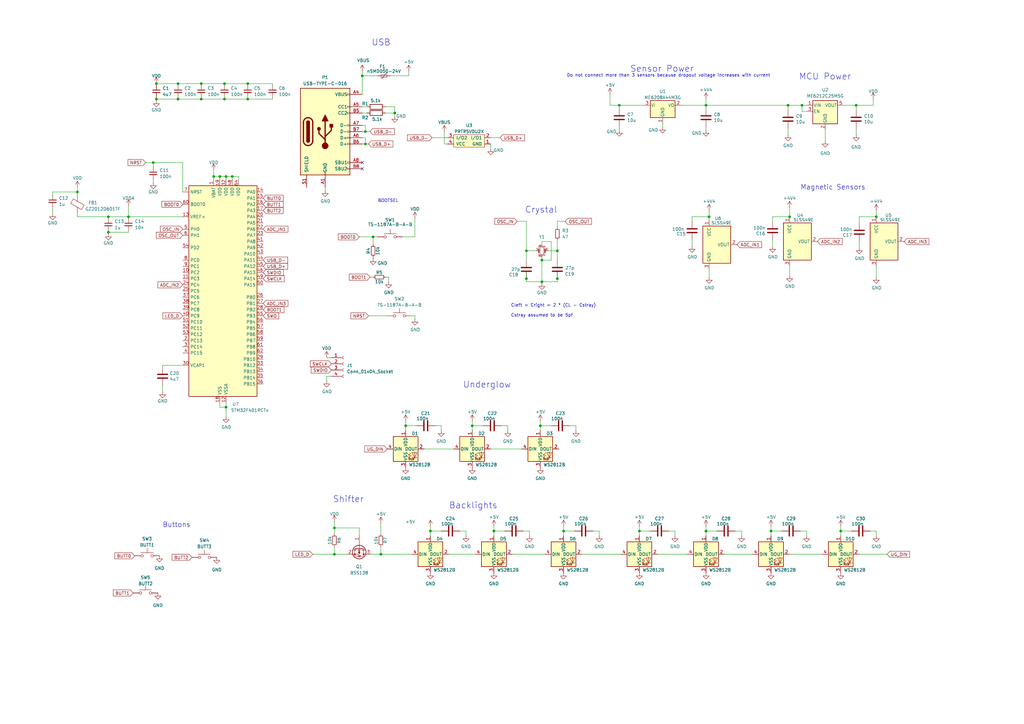
<source format=kicad_sch>
(kicad_sch (version 20230121) (generator eeschema)
  (paper "A3")
  (title_block (title "keeb") (date "2020-12-18") (rev "REV1"))
  (junction (at 228.6 102.87))
  (junction (at 92.71 167.005))
  (junction (at 73.025 34.29))
  (junction (at 290.83 88.9))
  (junction (at 161.925 46.355))
  (junction (at 137.16 227.33))
  (junction (at 215.9 114.3))
  (junction (at 101.6 40.64))
  (junction (at 254 43.18))
  (junction (at 92.075 40.64))
  (junction (at 193.675 174.625))
  (junction (at 90.17 72.39))
  (junction (at 153.035 97.155))
  (junction (at 215.9 102.87))
  (junction (at 31.75 78.74))
  (junction (at 202.565 217.805))
  (junction (at 92.71 72.39))
  (junction (at 176.53 217.805))
  (junction (at 344.805 217.805))
  (junction (at 228.6 114.3))
  (junction (at 149.86 53.975))
  (junction (at 64.135 40.64))
  (junction (at 95.25 72.39))
  (junction (at 316.23 217.805))
  (junction (at 148.59 31.115))
  (junction (at 222.25 106.68))
  (junction (at 82.55 34.29))
  (junction (at 289.56 43.18))
  (junction (at 156.21 227.33))
  (junction (at 328.93 43.18))
  (junction (at 222.25 115.57))
  (junction (at 289.56 217.805))
  (junction (at 137.16 216.535))
  (junction (at 323.215 43.18))
  (junction (at 231.14 217.805))
  (junction (at 166.37 174.625))
  (junction (at 44.45 95.25))
  (junction (at 64.135 34.29))
  (junction (at 52.705 88.9))
  (junction (at 323.85 88.9))
  (junction (at 87.63 72.39))
  (junction (at 82.55 40.64))
  (junction (at 262.255 217.805))
  (junction (at 149.86 59.055))
  (junction (at 351.155 43.18))
  (junction (at 92.075 34.29))
  (junction (at 73.025 40.64))
  (junction (at 359.41 88.9))
  (junction (at 62.865 66.675))
  (junction (at 221.615 174.625))
  (junction (at 101.6 34.29))
  (junction (at 44.45 88.9))
  (no_connect (at 148.59 66.675))
  (no_connect (at 148.59 69.215))
  (wire (pts (xy 290.83 110.49) (xy 290.83 113.665)))
  (wire (pts (xy 82.55 34.29) (xy 92.075 34.29)))
  (wire (pts (xy 52.705 84.455) (xy 52.705 88.9)))
  (wire (pts (xy 82.55 40.64) (xy 92.075 40.64)))
  (wire (pts (xy 316.23 217.805) (xy 316.23 219.71)))
  (wire (pts (xy 183.515 59.055) (xy 182.245 59.055)))
  (wire (pts (xy 316.865 98.425) (xy 316.865 100.965)))
  (wire (pts (xy 173.99 184.15) (xy 186.055 184.15)))
  (wire (pts (xy 210.185 227.33) (xy 223.52 227.33)))
  (wire (pts (xy 221.615 174.625) (xy 226.06 174.625)))
  (wire (pts (xy 92.075 34.29) (xy 101.6 34.29)))
  (wire (pts (xy 44.45 88.9) (xy 52.705 88.9)))
  (wire (pts (xy 262.255 215.9) (xy 262.255 217.805)))
  (wire (pts (xy 160.02 31.115) (xy 167.64 31.115)))
  (wire (pts (xy 87.63 69.85) (xy 87.63 72.39)))
  (wire (pts (xy 92.71 167.005) (xy 92.71 170.815)))
  (wire (pts (xy 217.17 217.805) (xy 217.17 219.71)))
  (wire (pts (xy 111.76 40.005) (xy 111.76 40.64)))
  (wire (pts (xy 159.385 113.665) (xy 159.385 115.57)))
  (wire (pts (xy 137.16 213.995) (xy 137.16 216.535)))
  (wire (pts (xy 150.495 43.815) (xy 148.59 43.815)))
  (wire (pts (xy 228.6 115.57) (xy 228.6 114.3)))
  (wire (pts (xy 328.93 45.72) (xy 330.835 45.72)))
  (wire (pts (xy 170.18 97.155) (xy 170.18 89.535)))
  (wire (pts (xy 137.16 224.155) (xy 137.16 227.33)))
  (wire (pts (xy 149.86 53.975) (xy 151.765 53.975)))
  (wire (pts (xy 87.63 72.39) (xy 90.17 72.39)))
  (wire (pts (xy 344.805 217.805) (xy 349.25 217.805)))
  (wire (pts (xy 215.9 102.87) (xy 215.9 106.68)))
  (wire (pts (xy 177.165 56.515) (xy 183.515 56.515)))
  (wire (pts (xy 316.23 217.805) (xy 320.675 217.805)))
  (wire (pts (xy 224.79 102.87) (xy 228.6 102.87)))
  (wire (pts (xy 21.59 80.01) (xy 21.59 78.74)))
  (wire (pts (xy 290.83 90.17) (xy 290.83 88.9)))
  (wire (pts (xy 262.255 217.805) (xy 262.255 219.71)))
  (wire (pts (xy 176.53 217.805) (xy 180.975 217.805)))
  (wire (pts (xy 359.41 86.36) (xy 359.41 88.9)))
  (wire (pts (xy 153.035 100.33) (xy 153.035 97.155)))
  (wire (pts (xy 166.37 174.625) (xy 166.37 176.53)))
  (wire (pts (xy 226.06 99.06) (xy 226.06 106.68)))
  (wire (pts (xy 346.075 43.18) (xy 351.155 43.18)))
  (wire (pts (xy 222.25 106.68) (xy 222.25 115.57)))
  (wire (pts (xy 269.875 227.33) (xy 281.94 227.33)))
  (wire (pts (xy 62.865 66.675) (xy 62.865 68.58)))
  (wire (pts (xy 111.76 34.29) (xy 111.76 34.925)))
  (wire (pts (xy 148.59 46.355) (xy 150.495 46.355)))
  (wire (pts (xy 262.255 217.805) (xy 266.7 217.805)))
  (wire (pts (xy 289.56 52.07) (xy 289.56 53.34)))
  (wire (pts (xy 323.215 52.705) (xy 323.215 55.245)))
  (wire (pts (xy 82.55 34.925) (xy 82.55 34.29)))
  (wire (pts (xy 217.17 217.805) (xy 214.63 217.805)))
  (wire (pts (xy 133.35 76.835) (xy 133.35 78.105)))
  (wire (pts (xy 323.215 45.085) (xy 323.215 43.18)))
  (wire (pts (xy 44.45 88.9) (xy 44.45 89.535)))
  (wire (pts (xy 64.135 40.64) (xy 73.025 40.64)))
  (wire (pts (xy 328.93 43.18) (xy 328.93 45.72)))
  (wire (pts (xy 344.805 217.805) (xy 344.805 219.71)))
  (wire (pts (xy 149.86 51.435) (xy 149.86 53.975)))
  (wire (pts (xy 64.135 40.64) (xy 64.135 40.005)))
  (wire (pts (xy 147.32 97.155) (xy 153.035 97.155)))
  (wire (pts (xy 201.295 184.15) (xy 213.995 184.15)))
  (wire (pts (xy 238.76 227.33) (xy 254.635 227.33)))
  (wire (pts (xy 156.21 227.33) (xy 168.91 227.33)))
  (wire (pts (xy 330.835 217.805) (xy 330.835 219.71)))
  (wire (pts (xy 323.85 85.09) (xy 323.85 88.9)))
  (wire (pts (xy 74.93 66.675) (xy 74.93 78.74)))
  (wire (pts (xy 184.15 227.33) (xy 194.945 227.33)))
  (wire (pts (xy 323.85 109.22) (xy 323.85 113.03)))
  (wire (pts (xy 250.19 43.18) (xy 254 43.18)))
  (wire (pts (xy 180.975 174.625) (xy 180.975 176.53)))
  (wire (pts (xy 167.64 29.21) (xy 167.64 31.115)))
  (wire (pts (xy 148.59 31.115) (xy 148.59 38.735)))
  (wire (pts (xy 111.76 34.29) (xy 101.6 34.29)))
  (wire (pts (xy 236.22 174.625) (xy 233.68 174.625)))
  (wire (pts (xy 201.295 56.515) (xy 205.105 56.515)))
  (wire (pts (xy 351.155 52.705) (xy 351.155 55.245)))
  (wire (pts (xy 352.425 99.06) (xy 352.425 101.6)))
  (wire (pts (xy 101.6 34.29) (xy 101.6 34.925)))
  (wire (pts (xy 161.925 46.355) (xy 161.925 47.625)))
  (wire (pts (xy 74.93 149.86) (xy 66.675 149.86)))
  (wire (pts (xy 151.765 113.665) (xy 153.035 113.665)))
  (wire (pts (xy 156.21 224.155) (xy 156.21 227.33)))
  (wire (pts (xy 148.59 29.21) (xy 148.59 31.115)))
  (wire (pts (xy 254 52.07) (xy 254 53.34)))
  (wire (pts (xy 92.075 40.64) (xy 101.6 40.64)))
  (wire (pts (xy 222.25 100.33) (xy 222.25 99.06)))
  (wire (pts (xy 152.4 227.33) (xy 156.21 227.33)))
  (wire (pts (xy 202.565 217.805) (xy 207.01 217.805)))
  (wire (pts (xy 359.41 217.805) (xy 359.41 219.71)))
  (wire (pts (xy 316.23 215.9) (xy 316.23 217.805)))
  (wire (pts (xy 168.91 129.54) (xy 170.18 129.54)))
  (wire (pts (xy 153.035 105.41) (xy 153.035 106.045)))
  (wire (pts (xy 264.16 43.18) (xy 254 43.18)))
  (wire (pts (xy 279.4 43.18) (xy 289.56 43.18)))
  (wire (pts (xy 276.86 217.805) (xy 274.32 217.805)))
  (wire (pts (xy 323.85 88.9) (xy 316.865 88.9)))
  (wire (pts (xy 231.775 90.805) (xy 228.6 90.805)))
  (wire (pts (xy 215.9 115.57) (xy 215.9 114.3)))
  (wire (pts (xy 352.425 88.9) (xy 359.41 88.9)))
  (wire (pts (xy 289.56 44.45) (xy 289.56 43.18)))
  (wire (pts (xy 149.86 59.055) (xy 149.86 56.515)))
  (wire (pts (xy 31.75 87.63) (xy 31.75 88.9)))
  (wire (pts (xy 222.25 99.06) (xy 226.06 99.06)))
  (wire (pts (xy 158.115 113.665) (xy 159.385 113.665)))
  (wire (pts (xy 222.25 116.205) (xy 222.25 115.57)))
  (wire (pts (xy 222.25 115.57) (xy 228.6 115.57)))
  (wire (pts (xy 31.75 88.9) (xy 44.45 88.9)))
  (wire (pts (xy 202.565 215.9) (xy 202.565 217.805)))
  (wire (pts (xy 44.45 95.25) (xy 44.45 94.615)))
  (wire (pts (xy 359.41 217.805) (xy 356.87 217.805)))
  (wire (pts (xy 201.295 59.055) (xy 201.295 60.96)))
  (wire (pts (xy 62.865 73.66) (xy 62.865 74.93)))
  (wire (pts (xy 191.135 217.805) (xy 188.595 217.805)))
  (wire (pts (xy 101.6 40.005) (xy 101.6 40.64)))
  (wire (pts (xy 283.845 98.425) (xy 283.845 100.965)))
  (wire (pts (xy 182.245 59.055) (xy 182.245 53.975)))
  (wire (pts (xy 92.075 34.925) (xy 92.075 34.29)))
  (wire (pts (xy 133.985 154.305) (xy 135.89 154.305)))
  (wire (pts (xy 92.075 40.005) (xy 92.075 40.64)))
  (wire (pts (xy 193.675 172.72) (xy 193.675 174.625)))
  (wire (pts (xy 254 44.45) (xy 254 43.18)))
  (wire (pts (xy 90.17 165.1) (xy 90.17 167.005)))
  (wire (pts (xy 180.975 174.625) (xy 178.435 174.625)))
  (wire (pts (xy 73.025 40.005) (xy 73.025 40.64)))
  (wire (pts (xy 351.155 45.085) (xy 351.155 43.18)))
  (wire (pts (xy 228.6 114.3) (xy 228.6 111.76)))
  (wire (pts (xy 222.25 115.57) (xy 215.9 115.57)))
  (wire (pts (xy 161.925 43.815) (xy 161.925 46.355)))
  (wire (pts (xy 316.865 88.9) (xy 316.865 90.805)))
  (wire (pts (xy 222.25 105.41) (xy 222.25 106.68)))
  (wire (pts (xy 289.56 43.18) (xy 323.215 43.18)))
  (wire (pts (xy 59.69 66.675) (xy 62.865 66.675)))
  (wire (pts (xy 289.56 217.805) (xy 294.005 217.805)))
  (wire (pts (xy 358.14 40.64) (xy 358.14 43.18)))
  (wire (pts (xy 92.71 165.1) (xy 92.71 167.005)))
  (wire (pts (xy 330.835 43.18) (xy 328.93 43.18)))
  (wire (pts (xy 95.25 72.39) (xy 95.25 73.66)))
  (wire (pts (xy 73.025 40.64) (xy 82.55 40.64)))
  (wire (pts (xy 128.27 227.33) (xy 137.16 227.33)))
  (wire (pts (xy 31.75 76.835) (xy 31.75 78.74)))
  (wire (pts (xy 44.45 95.885) (xy 44.45 95.25)))
  (wire (pts (xy 344.805 215.9) (xy 344.805 217.805)))
  (wire (pts (xy 250.19 38.735) (xy 250.19 43.18)))
  (wire (pts (xy 156.21 214.63) (xy 156.21 219.075)))
  (wire (pts (xy 147.32 216.535) (xy 147.32 219.71)))
  (wire (pts (xy 73.025 34.29) (xy 82.55 34.29)))
  (wire (pts (xy 231.14 217.805) (xy 231.14 219.71)))
  (wire (pts (xy 231.14 215.9) (xy 231.14 217.805)))
  (wire (pts (xy 166.37 172.72) (xy 166.37 174.625)))
  (wire (pts (xy 221.615 174.625) (xy 221.615 176.53)))
  (wire (pts (xy 289.56 215.9) (xy 289.56 217.805)))
  (wire (pts (xy 245.745 217.805) (xy 243.205 217.805)))
  (wire (pts (xy 289.56 217.805) (xy 289.56 219.71)))
  (wire (pts (xy 31.75 78.74) (xy 31.75 80.01)))
  (wire (pts (xy 151.13 129.54) (xy 158.75 129.54)))
  (wire (pts (xy 92.71 72.39) (xy 92.71 73.66)))
  (wire (pts (xy 323.215 43.18) (xy 328.93 43.18)))
  (wire (pts (xy 87.63 72.39) (xy 87.63 73.66)))
  (wire (pts (xy 90.17 72.39) (xy 92.71 72.39)))
  (wire (pts (xy 166.37 174.625) (xy 170.815 174.625)))
  (wire (pts (xy 221.615 172.72) (xy 221.615 174.625)))
  (wire (pts (xy 245.745 217.805) (xy 245.745 219.71)))
  (wire (pts (xy 176.53 217.805) (xy 176.53 219.71)))
  (wire (pts (xy 92.71 72.39) (xy 95.25 72.39)))
  (wire (pts (xy 330.835 217.805) (xy 328.295 217.805)))
  (wire (pts (xy 165.1 97.155) (xy 170.18 97.155)))
  (wire (pts (xy 137.16 227.33) (xy 142.24 227.33)))
  (wire (pts (xy 82.55 40.005) (xy 82.55 40.64)))
  (wire (pts (xy 137.16 216.535) (xy 147.32 216.535)))
  (wire (pts (xy 352.425 227.33) (xy 363.855 227.33)))
  (wire (pts (xy 193.675 174.625) (xy 198.12 174.625)))
  (wire (pts (xy 297.18 227.33) (xy 308.61 227.33)))
  (wire (pts (xy 304.165 217.805) (xy 304.165 219.71)))
  (wire (pts (xy 148.59 31.115) (xy 154.94 31.115)))
  (wire (pts (xy 158.115 46.355) (xy 161.925 46.355)))
  (wire (pts (xy 137.16 216.535) (xy 137.16 219.075)))
  (wire (pts (xy 215.9 90.805) (xy 212.09 90.805)))
  (wire (pts (xy 170.18 129.54) (xy 170.18 130.81)))
  (wire (pts (xy 133.985 146.685) (xy 135.89 146.685)))
  (wire (pts (xy 215.9 114.3) (xy 215.9 111.76)))
  (wire (pts (xy 64.135 34.29) (xy 73.025 34.29)))
  (wire (pts (xy 90.17 72.39) (xy 90.17 73.66)))
  (wire (pts (xy 226.06 106.68) (xy 222.25 106.68)))
  (wire (pts (xy 148.59 51.435) (xy 149.86 51.435)))
  (wire (pts (xy 193.675 174.625) (xy 193.675 176.53)))
  (wire (pts (xy 64.135 34.29) (xy 64.135 34.925)))
  (wire (pts (xy 304.165 217.805) (xy 301.625 217.805)))
  (wire (pts (xy 338.455 53.34) (xy 338.455 57.785)))
  (wire (pts (xy 215.9 90.805) (xy 215.9 102.87)))
  (wire (pts (xy 290.83 86.36) (xy 290.83 88.9)))
  (wire (pts (xy 52.705 88.9) (xy 52.705 89.535)))
  (wire (pts (xy 97.79 72.39) (xy 97.79 73.66)))
  (wire (pts (xy 148.59 56.515) (xy 149.86 56.515)))
  (wire (pts (xy 283.845 88.9) (xy 283.845 90.805)))
  (wire (pts (xy 73.025 34.925) (xy 73.025 34.29)))
  (wire (pts (xy 153.035 97.155) (xy 154.94 97.155)))
  (wire (pts (xy 52.705 95.25) (xy 52.705 94.615)))
  (wire (pts (xy 208.28 174.625) (xy 208.28 176.53)))
  (wire (pts (xy 148.59 53.975) (xy 149.86 53.975)))
  (wire (pts (xy 90.17 167.005) (xy 92.71 167.005)))
  (wire (pts (xy 289.56 40.64) (xy 289.56 43.18)))
  (wire (pts (xy 62.865 66.675) (xy 74.93 66.675)))
  (wire (pts (xy 191.135 217.805) (xy 191.135 219.71)))
  (wire (pts (xy 276.86 217.805) (xy 276.86 219.71)))
  (wire (pts (xy 149.86 59.055) (xy 151.13 59.055)))
  (wire (pts (xy 215.9 102.87) (xy 219.71 102.87)))
  (wire (pts (xy 359.41 109.22) (xy 359.41 113.665)))
  (wire (pts (xy 66.675 158.115) (xy 66.675 160.655)))
  (wire (pts (xy 271.78 50.8) (xy 271.78 52.07)))
  (wire (pts (xy 290.83 88.9) (xy 283.845 88.9)))
  (wire (pts (xy 202.565 217.805) (xy 202.565 219.71)))
  (wire (pts (xy 111.76 40.64) (xy 101.6 40.64)))
  (wire (pts (xy 228.6 90.805) (xy 228.6 93.345)))
  (wire (pts (xy 228.6 106.68) (xy 228.6 102.87)))
  (wire (pts (xy 95.25 72.39) (xy 97.79 72.39)))
  (wire (pts (xy 66.675 149.86) (xy 66.675 150.495)))
  (wire (pts (xy 161.925 43.815) (xy 158.115 43.815)))
  (wire (pts (xy 323.85 227.33) (xy 337.185 227.33)))
  (wire (pts (xy 21.59 78.74) (xy 31.75 78.74)))
  (wire (pts (xy 208.28 174.625) (xy 205.74 174.625)))
  (wire (pts (xy 21.59 85.09) (xy 21.59 87.63)))
  (wire (pts (xy 236.22 174.625) (xy 236.22 176.53)))
  (wire (pts (xy 148.59 59.055) (xy 149.86 59.055)))
  (wire (pts (xy 176.53 215.9) (xy 176.53 217.805)))
  (wire (pts (xy 351.155 43.18) (xy 358.14 43.18)))
  (wire (pts (xy 228.6 98.425) (xy 228.6 102.87)))
  (wire (pts (xy 52.705 88.9) (xy 74.93 88.9)))
  (wire (pts (xy 44.45 95.25) (xy 52.705 95.25)))
  (wire (pts (xy 64.135 41.275) (xy 64.135 40.64)))
  (wire (pts (xy 352.425 88.9) (xy 352.425 91.44)))
  (wire (pts (xy 231.14 217.805) (xy 235.585 217.805)))
  (wire (pts (xy 133.985 156.21) (xy 133.985 154.305)))
  (text "Sensor Power" (at 258.445 29.845 0) (effects (font (size 2.54 2.54)) (justify left bottom)))
  (text "Do not connect more than 3 sensors because dropout voltage increases with current" (at 232.41 31.75 0) (effects (font (size 1.27 1.27)) (justify left bottom)))
  (text "BOOTSEL" (at 154.94 83.185 0) (effects (font (size 1.27 1.27)) (justify left bottom)))
  (text "Backlights" (at 184.15 208.915 0) (effects (font (size 2.54 2.54)) (justify left bottom)))
  (text "Crystal" (at 215.265 87.63 0) (effects (font (size 2.54 2.54)) (justify left bottom)))
  (text "MCU Power" (at 327.66 33.02 0) (effects (font (size 2.54 2.54)) (justify left bottom)))
  (text "Magnetic Sensors" (at 328.295 78.105 0) (effects (font (size 2 2)) (justify left bottom)))
  (text "Underglow" (at 189.865 159.385 0) (effects (font (size 2.54 2.54)) (justify left bottom)))
  (text "USB" (at 152.4 19.05 0) (effects (font (size 2.54 2.54)) (justify left bottom)))
  (text "Buttons" (at 66.675 216.535 0) (effects (font (size 2 2)) (justify left bottom)))
  (text "Shifter" (at 136.525 206.375 0) (effects (font (size 2.54 2.54)) (justify left bottom)))
  (text "Cleft = Cright = 2 * (CL - Cstray)\n\nCstray assumed to be 5pf" (at 209.55 130.175 0) (effects (font (size 1.27 1.27)) (justify left bottom)))
  (text "\n\n\n\n\n\n" (at 125.73 208.915 0) (effects (font (size 1.27 1.27)) (justify left bottom)))
  (global_label "LED_D" (shape input) (at 74.93 129.54 180) (property "Intersheetrefs" "${INTERSHEET_REFS}" (effects hide)))
  (global_label "LED_D" (shape input) (at 128.27 227.33 180) (property "Intersheetrefs" "${INTERSHEET_REFS}" (effects hide)))
  (global_label "ADC_IN3" (shape input) (at 107.95 124.46 0) (property "Intersheetrefs" "${INTERSHEET_REFS}" (effects hide)))
  (global_label "UG_DIN" (shape input) (at 158.75 184.15 180) (property "Intersheetrefs" "${INTERSHEET_REFS}" (effects hide)))
  (global_label "USB_D+" (shape input) (at 151.13 59.055 0) (property "Intersheetrefs" "${INTERSHEET_REFS}" (effects hide)))
  (global_label "OSC_OUT" (shape input) (at 74.93 96.52 180) (property "Intersheetrefs" "${INTERSHEET_REFS}" (effects hide)))
  (global_label "BOOT0" (shape input) (at 74.93 83.82 180) (property "Intersheetrefs" "${INTERSHEET_REFS}" (effects hide)))
  (global_label "BUTT0" (shape input) (at 107.95 81.28 0) (property "Intersheetrefs" "${INTERSHEET_REFS}" (effects hide)))
  (global_label "SWCLK" (shape input) (at 135.89 149.225 180) (property "Intersheetrefs" "${INTERSHEET_REFS}" (effects hide)))
  (global_label "ADC_IN1" (shape input) (at 302.26 100.33 0) (property "Intersheetrefs" "${INTERSHEET_REFS}" (effects hide)))
  (global_label "BUTT2" (shape input) (at 107.95 86.36 0) (property "Intersheetrefs" "${INTERSHEET_REFS}" (effects hide)))
  (global_label "USB_D-" (shape input) (at 177.165 56.515 180) (property "Intersheetrefs" "${INTERSHEET_REFS}" (effects hide)))
  (global_label "BOOT0" (shape input) (at 147.32 97.155 180) (property "Intersheetrefs" "${INTERSHEET_REFS}" (effects hide)))
  (global_label "SWDIO" (shape input) (at 135.89 151.765 180) (property "Intersheetrefs" "${INTERSHEET_REFS}" (effects hide)))
  (global_label "BOOT1" (shape input) (at 107.95 127 0) (property "Intersheetrefs" "${INTERSHEET_REFS}" (effects hide)))
  (global_label "OSC_IN" (shape input) (at 212.09 90.805 180) (property "Intersheetrefs" "${INTERSHEET_REFS}" (effects hide)))
  (global_label "ADC_IN2" (shape input) (at 74.93 116.84 180) (property "Intersheetrefs" "${INTERSHEET_REFS}" (effects hide)))
  (global_label "SWO" (shape input) (at 107.95 129.54 0) (property "Intersheetrefs" "${INTERSHEET_REFS}" (effects hide)))
  (global_label "BUTT2" (shape input) (at 78.74 228.6 180) (property "Intersheetrefs" "${INTERSHEET_REFS}" (effects hide)))
  (global_label "SWDIO" (shape input) (at 107.95 111.76 0) (property "Intersheetrefs" "${INTERSHEET_REFS}" (effects hide)))
  (global_label "NRST" (shape input) (at 151.13 129.54 180) (property "Intersheetrefs" "${INTERSHEET_REFS}" (effects hide)))
  (global_label "BUTT1" (shape input) (at 54.61 243.205 180) (property "Intersheetrefs" "${INTERSHEET_REFS}" (effects hide)))
  (global_label "USB_D+" (shape input) (at 107.95 109.22 0) (property "Intersheetrefs" "${INTERSHEET_REFS}" (effects hide)))
  (global_label "NRST" (shape input) (at 59.69 66.675 180) (property "Intersheetrefs" "${INTERSHEET_REFS}" (effects hide)))
  (global_label "BOOT1" (shape input) (at 151.765 113.665 180) (property "Intersheetrefs" "${INTERSHEET_REFS}" (effects hide)))
  (global_label "OSC_IN" (shape input) (at 74.93 93.98 180) (property "Intersheetrefs" "${INTERSHEET_REFS}" (effects hide)))
  (global_label "SWCLK" (shape input) (at 107.95 114.3 0) (property "Intersheetrefs" "${INTERSHEET_REFS}" (effects hide)))
  (global_label "USB_D-" (shape input) (at 151.765 53.975 0) (property "Intersheetrefs" "${INTERSHEET_REFS}" (effects hide)))
  (global_label "USB_D-" (shape input) (at 107.95 106.68 0) (property "Intersheetrefs" "${INTERSHEET_REFS}" (effects hide)))
  (global_label "USB_D+" (shape input) (at 205.105 56.515 0) (property "Intersheetrefs" "${INTERSHEET_REFS}" (effects hide)))
  (global_label "UG_DIN" (shape input) (at 363.855 227.33 0) (property "Intersheetrefs" "${INTERSHEET_REFS}" (effects hide)))
  (global_label "ADC_IN2" (shape input) (at 335.28 99.06 0) (property "Intersheetrefs" "${INTERSHEET_REFS}" (effects hide)))
  (global_label "OSC_OUT" (shape input) (at 231.775 90.805 0) (property "Intersheetrefs" "${INTERSHEET_REFS}" (effects hide)))
  (global_label "ADC_IN3" (shape input) (at 370.84 99.06 0) (property "Intersheetrefs" "${INTERSHEET_REFS}" (effects hide)))
  (global_label "BUTT1" (shape input) (at 107.95 83.82 0) (property "Intersheetrefs" "${INTERSHEET_REFS}" (effects hide)))
  (global_label "ADC_IN1" (shape input) (at 107.95 93.98 0) (property "Intersheetrefs" "${INTERSHEET_REFS}" (effects hide)))
  (global_label "BUTT0" (shape input) (at 55.245 227.965 180) (property "Intersheetrefs" "${INTERSHEET_REFS}" (effects hide)))
  (symbol (lib_id "power:GND") (at 133.35 78.105 0) (unit 1)
    (property "Reference" "#PWR020" (effects hide))
    (property "Value" "GND" (at 133.477 82.4992 0))
  )
  (symbol (lib_id "power:GND") (at 159.385 115.57 0) (unit 1)
    (property "Reference" "#PWR035" (effects hide))
    (property "Value" "GND" (at 159.512 119.9642 0))
  )
  (symbol (lib_id "power:GND") (at 161.925 47.625 0) (unit 1)
    (property "Reference" "#PWR08" (effects hide))
    (property "Value" "GND" (at 164.465 47.625 0))
  )
  (symbol (lib_id "Device:Crystal_GND24_Small") (at 222.25 102.87 0) (unit 1)
    (property "Reference" "Y1" (at 220.98 97.155 0) (effects (justify left)))
    (property "Value" "12MHz" (effects hide))
    (property "Footprint" "Crystal:Crystal_SMD_3225-4Pin_3.2x2.5mm" (effects hide))
    (property "Datasheet" "X322512MSB4SI" (effects hide))
    (property "LCSC Part #" "C9002" (effects hide))
  )
  (symbol (lib_id "power:GND") (at 170.18 130.81 0) (unit 1)
    (property "Reference" "#PWR037" (effects hide))
    (property "Value" "GND" (at 170.307 135.2042 0))
  )
  (symbol (lib_id "LED:WS2812B") (at 166.37 184.15 0) (unit 1)
    (property "Reference" "D1" (at 170.18 177.8 0))
    (property "Value" "WS2812B" (at 167.64 189.865 0) (effects (justify left top)))
    (property "Footprint" "LED_SMD:LED_WS2812B_PLCC4_5.0x5.0mm_P3.2mm" (effects hide))
    (property "Datasheet" "https://cdn-shop.adafruit.com/datasheets/WS2812B.pdf" (effects hide))
  )
  (symbol (lib_id "power:VBUS") (at 182.245 53.975 0) (unit 1)
    (property "Reference" "#PWR012" (effects hide))
    (property "Value" "VBUS" (at 182.245 50.165 0))
  )
  (symbol (lib_id "power:GND") (at 222.25 116.205 0) (unit 1)
    (property "Reference" "#PWR036" (effects hide))
    (property "Value" "GND" (at 222.25 120.015 0))
  )
  (symbol (lib_id "Device:C") (at 283.845 94.615 180) (unit 1)
    (property "Reference" "C15" (at 281.305 95.885 0) (effects (justify left)))
    (property "Value" "100n" (at 280.67 93.98 0) (effects (justify left)))
    (property "Footprint" "Capacitor_SMD:C_0402_1005Metric" (effects hide))
  )
  (symbol (lib_name "GND_1") (lib_id "power:GND") (at 191.135 219.71 0) (unit 1)
    (property "Reference" "#PWR060" (effects hide))
    (property "Value" "GND" (at 191.135 224.155 0))
  )
  (symbol (lib_id "power:+4V4") (at 290.83 86.36 0) (unit 1)
    (property "Reference" "#PWR23" (effects hide))
    (property "Value" "+4V4" (at 290.83 82.55 0))
  )
  (symbol (lib_name "GND_1") (lib_id "power:GND") (at 316.23 234.95 0) (unit 1)
    (property "Reference" "#PWR074" (effects hide))
    (property "Value" "GND" (at 316.23 239.395 0))
  )
  (symbol (lib_id "MCU_ST_STM32F4:STM32F401RCTx") (at 90.17 119.38 0) (unit 1)
    (property "Reference" "U7" (at 95.25 165.735 0) (effects (justify left)))
    (property "Value" "STM32F401RCTx" (at 94.6659 168.275 0) (effects (justify left)))
    (property "Footprint" "Package_QFP:LQFP-64_10x10mm_P0.5mm" (effects hide))
    (property "Datasheet" "https://www.st.com/resource/en/datasheet/stm32f401rc.pdf" (effects hide))
  )
  (symbol (lib_id "power:+5V") (at 167.64 29.21 0) (unit 1)
    (property "Reference" "#PWR02" (effects hide))
    (property "Value" "+5V" (at 167.64 25.4 0))
  )
  (symbol (lib_id "power:+5V") (at 250.19 38.735 0) (unit 1)
    (property "Reference" "#PWR04" (effects hide))
    (property "Value" "+5V" (at 250.19 34.925 0))
  )
  (symbol (lib_name "GND_1") (lib_id "power:GND") (at 65.405 227.965 0) (unit 1)
    (property "Reference" "#PWR067" (effects hide))
    (property "Value" "GND" (at 65.405 233.045 0))
  )
  (symbol (lib_id "Device:C") (at 324.485 217.805 90) (unit 1)
    (property "Reference" "C29" (at 326.39 212.725 90) (effects (justify left)))
    (property "Value" "100n" (at 325.628 214.884 90) (effects (justify left)))
    (property "Footprint" "Capacitor_SMD:C_0402_1005Metric" (effects hide))
  )
  (symbol (lib_id "power:GND") (at 323.215 55.245 0) (unit 1)
    (property "Reference" "#PWR013" (effects hide))
    (property "Value" "GND" (at 323.215 59.69 0))
  )
  (symbol (lib_id "Device:C") (at 297.815 217.805 90) (unit 1)
    (property "Reference" "C28" (at 299.72 212.725 90) (effects (justify left)))
    (property "Value" "100n" (at 298.958 214.884 90) (effects (justify left)))
    (property "Footprint" "Capacitor_SMD:C_0402_1005Metric" (effects hide))
  )
  (symbol (lib_id "power:GND") (at 352.425 101.6 0) (unit 1)
    (property "Reference" "#PWR030" (effects hide))
    (property "Value" "GND" (at 352.552 105.9942 0))
  )
  (symbol (lib_id "power:+5V") (at 344.805 215.9 0) (unit 1)
    (property "Reference" "#PWR059" (effects hide))
    (property "Value" "+5V" (at 344.805 212.09 0))
  )
  (symbol (lib_id "Device:C") (at 351.155 48.895 0) (unit 1)
    (property "Reference" "C10" (at 354.33 47.625 0) (effects (justify left)))
    (property "Value" "10u" (at 354.33 49.9364 0) (effects (justify left)))
    (property "Footprint" "Capacitor_SMD:C_1206_3216Metric" (effects hide))
  )
  (symbol (lib_id "power:+5V") (at 221.615 172.72 0) (unit 1)
    (property "Reference" "#PWR044" (effects hide))
    (property "Value" "+5V" (at 221.615 168.91 0))
  )
  (symbol (lib_id "power:GND") (at 271.78 52.07 0) (unit 1)
    (property "Reference" "#PWR09" (effects hide))
    (property "Value" "GND" (at 267.97 53.34 0))
  )
  (symbol (lib_id "Device:R_Small") (at 228.6 95.885 0) (unit 1)
    (property "Reference" "R3" (at 230.505 94.615 0) (effects (justify left)))
    (property "Value" "47" (at 230.505 97.155 0) (effects (justify left)))
    (property "Footprint" "Resistor_SMD:R_0402_1005Metric" (effects hide))
    (property "LCSC Part #" "C25118" (effects hide))
  )
  (symbol (lib_id "Device:C") (at 174.625 174.625 90) (unit 1)
    (property "Reference" "C21" (at 176.53 169.545 90) (effects (justify left)))
    (property "Value" "100n" (at 175.768 171.704 90) (effects (justify left)))
    (property "Footprint" "Capacitor_SMD:C_0402_1005Metric" (effects hide))
  )
  (symbol (lib_id "power:GND") (at 153.035 106.045 0) (unit 1)
    (property "Reference" "#PWR031" (effects hide))
    (property "Value" "GND" (at 156.845 107.95 0))
  )
  (symbol (lib_id "power:GND") (at 133.985 156.21 0) (unit 1)
    (property "Reference" "#PWR039" (effects hide))
    (property "Value" "GND" (at 134.112 160.6042 0))
  )
  (symbol (lib_id "power:VDD") (at 170.18 89.535 0) (unit 1)
    (property "Reference" "#PWR026" (effects hide))
    (property "Value" "VDD" (at 170.18 85.725 0))
  )
  (symbol (lib_name "GND_1") (lib_id "power:GND") (at 289.56 234.95 0) (unit 1)
    (property "Reference" "#PWR073" (effects hide))
    (property "Value" "GND" (at 289.56 239.395 0))
  )
  (symbol (lib_name "GND_1") (lib_id "power:GND") (at 64.77 243.205 0) (unit 1)
    (property "Reference" "#PWR076" (effects hide))
    (property "Value" "GND" (at 64.77 248.285 0))
  )
  (symbol (lib_name "GND_1") (lib_id "power:GND") (at 359.41 219.71 0) (unit 1)
    (property "Reference" "#PWR066" (effects hide))
    (property "Value" "GND" (at 359.41 224.155 0))
  )
  (symbol (lib_id "power:VDD") (at 137.16 213.995 0) (unit 1)
    (property "Reference" "#PWR051" (effects hide))
    (property "Value" "VDD" (at 137.16 210.82 0))
  )
  (symbol (lib_id "LED:WS2812B") (at 316.23 227.33 0) (unit 1)
    (property "Reference" "D9" (at 320.04 220.98 0))
    (property "Value" "WS2812B" (at 317.5 233.045 0) (effects (justify left top)))
    (property "Footprint" "LED_SMD:LED_WS2812B_PLCC4_5.0x5.0mm_P3.2mm" (effects hide))
    (property "Datasheet" "https://cdn-shop.adafruit.com/datasheets/WS2812B.pdf" (effects hide))
  )
  (symbol (lib_id "Device:C_Small") (at 21.59 82.55 0) (unit 1)
    (property "Reference" "C12" (at 24.13 81.28 0) (effects (justify left)))
    (property "Value" "1u" (at 24.13 83.82 0) (effects (justify left)))
    (property "Footprint" "Capacitor_SMD:C_0402_1005Metric" (effects hide))
    (property "LCSC Part #" "C52923" (effects hide))
  )
  (symbol (lib_id "power:VDD") (at 133.985 146.685 0) (unit 1)
    (property "Reference" "#PWR038" (effects hide))
    (property "Value" "VDD" (at 133.985 142.875 0))
  )
  (symbol (lib_name "GND_1") (lib_id "power:GND") (at 236.22 176.53 0) (unit 1)
    (property "Reference" "#PWR047" (effects hide))
    (property "Value" "GND" (at 236.22 180.975 0))
  )
  (symbol (lib_id "Device:C") (at 352.425 95.25 180) (unit 1)
    (property "Reference" "C17" (at 349.504 96.4184 0) (effects (justify left)))
    (property "Value" "100n" (at 349.504 94.107 0) (effects (justify left)))
    (property "Footprint" "Capacitor_SMD:C_0402_1005Metric" (effects hide))
  )
  (symbol (lib_name "GND_1") (lib_id "power:GND") (at 193.675 191.77 0) (unit 1)
    (property "Reference" "#PWR049" (effects hide))
    (property "Value" "GND" (at 193.675 196.215 0))
  )
  (symbol (lib_id "Connector:USB_C_Receptacle_USB2.0") (at 133.35 53.975 0) (unit 1)
    (property "Reference" "P1" (at 133.35 31.75 0))
    (property "Value" "USB-TYPE-C-016" (at 133.35 34.29 0))
    (property "Footprint" "Connector_USB:USB-TYPE-C-016_Receptacle_DEALON_16P_MidMnt" (effects hide))
  )
  (symbol (lib_id "Device:C_Small") (at 101.6 37.465 0) (unit 1)
    (property "Reference" "C5" (at 104.14 36.195 0) (effects (justify left)))
    (property "Value" "100n" (at 104.14 38.735 0) (effects (justify left)))
    (property "Footprint" "Capacitor_SMD:C_0402_1005Metric" (effects hide))
    (property "LCSC Part #" "C1525" (effects hide))
  )
  (symbol (lib_id "Device:C_Small") (at 73.025 37.465 0) (unit 1)
    (property "Reference" "C2" (at 75.565 36.195 0) (effects (justify left)))
    (property "Value" "100n" (at 75.565 38.735 0) (effects (justify left)))
    (property "Footprint" "Capacitor_SMD:C_0402_1005Metric" (effects hide))
    (property "LCSC Part #" "C1525" (effects hide))
  )
  (symbol (lib_id "power:GND") (at 323.85 113.03 0) (unit 1)
    (property "Reference" "#PWR032" (effects hide))
    (property "Value" "GND" (at 323.977 117.4242 0))
  )
  (symbol (lib_id "power:GND") (at 21.59 87.63 0) (unit 1)
    (property "Reference" "#PWR025" (effects hide))
    (property "Value" "GND" (at 21.59 91.44 0))
  )
  (symbol (lib_id "Regulator_Linear:AP2127K-3.3") (at 338.455 45.72 0) (unit 1)
    (property "Reference" "U2" (at 338.455 36.83 0))
    (property "Value" "ME6212C25M5G" (at 338.455 39.37 0))
    (property "Footprint" "Package_TO_SOT_SMD:SOT-23-5" (effects hide))
    (property "Datasheet" "https://www.diodes.com/assets/Datasheets/AP2127.pdf" (effects hide))
  )
  (symbol (lib_id "power:+5V") (at 166.37 172.72 0) (unit 1)
    (property "Reference" "#PWR042" (effects hide))
    (property "Value" "+5V" (at 166.37 168.91 0))
  )
  (symbol (lib_id "Device:C_Small") (at 52.705 92.075 0) (unit 1)
    (property "Reference" "C14" (at 55.245 90.805 0) (effects (justify left)))
    (property "Value" "10n" (at 55.245 93.345 0) (effects (justify left)))
    (property "Footprint" "Capacitor_SMD:C_0402_1005Metric" (effects hide))
    (property "LCSC Part #" "C15195" (effects hide))
  )
  (symbol (lib_id "Switch:SW_Push") (at 59.69 243.205 0) (unit 1)
    (property "Reference" "SW5" (at 59.69 236.855 0))
    (property "Value" "BUTT2" (at 59.69 239.395 0))
    (property "Footprint" "Button_Switch_SMD:SW_Push_1P1T_NO_6x6mm_H9.5mm" (effects hide))
  )
  (symbol (lib_id "Device:C") (at 66.675 154.305 0) (unit 1)
    (property "Reference" "C20" (at 69.596 153.1366 0) (effects (justify left)))
    (property "Value" "4u7" (at 69.596 155.448 0) (effects (justify left)))
    (property "Footprint" "Capacitor_SMD:C_0805_2012Metric" (effects hide))
  )
  (symbol (lib_id "power:GND") (at 283.845 100.965 0) (unit 1)
    (property "Reference" "#PWR028" (effects hide))
    (property "Value" "GND" (at 283.972 105.3592 0))
  )
  (symbol (lib_id "keebio:PRTR5V0U2X") (at 192.405 57.785 180) (unit 1)
    (property "Reference" "U3" (at 192.405 51.435 0))
    (property "Value" "PRTR5V0U2X" (at 192.405 53.975 0))
    (property "Footprint" "Keebio-Parts:SOT-143B" (effects hide))
  )
  (symbol (lib_id "power:GND") (at 338.455 57.785 0) (unit 1)
    (property "Reference" "#PWR015" (effects hide))
    (property "Value" "GND" (at 338.455 62.865 0))
  )
  (symbol (lib_id "power:GND") (at 289.56 53.34 0) (unit 1)
    (property "Reference" "#PWR011" (effects hide))
    (property "Value" "GND" (at 285.75 54.61 0))
  )
  (symbol (lib_id "power:+5V") (at 262.255 215.9 0) (unit 1)
    (property "Reference" "#PWR056" (effects hide))
    (property "Value" "+5V" (at 262.255 212.09 0))
  )
  (symbol (lib_id "power:GND") (at 64.135 41.275 0) (unit 1)
    (property "Reference" "#PWR07" (effects hide))
    (property "Value" "GND" (at 64.135 45.085 0))
  )
  (symbol (lib_name "GND_1") (lib_id "power:GND") (at 221.615 191.77 0) (unit 1)
    (property "Reference" "#PWR050" (effects hide))
    (property "Value" "GND" (at 221.615 196.215 0))
  )
  (symbol (lib_id "Device:C") (at 323.215 48.895 0) (unit 1)
    (property "Reference" "C9" (at 326.39 47.625 0) (effects (justify left)))
    (property "Value" "10u" (at 326.39 49.9364 0) (effects (justify left)))
    (property "Footprint" "Capacitor_SMD:C_1206_3216Metric" (effects hide))
  )
  (symbol (lib_id "power:VDD") (at 31.75 76.835 0) (unit 1)
    (property "Reference" "#PWR019" (effects hide))
    (property "Value" "VDD" (at 31.75 73.025 0))
  )
  (symbol (lib_name "GND_1") (lib_id "power:GND") (at 330.835 219.71 0) (unit 1)
    (property "Reference" "#PWR065" (effects hide))
    (property "Value" "GND" (at 330.835 224.155 0))
  )
  (symbol (lib_id "Device:C") (at 215.9 110.49 180) (unit 1)
    (property "Reference" "C18" (at 212.598 112.649 0) (effects (justify left)))
    (property "Value" "27p" (at 213.36 110.49 0) (effects (justify left)))
    (property "Footprint" "Capacitor_SMD:C_0402_1005Metric" (effects hide))
  )
  (symbol (lib_id "LED:WS2812B") (at 221.615 184.15 0) (unit 1)
    (property "Reference" "D3" (at 225.425 177.8 0))
    (property "Value" "WS2812B" (at 222.885 189.865 0) (effects (justify left top)))
    (property "Footprint" "LED_SMD:LED_WS2812B_PLCC4_5.0x5.0mm_P3.2mm" (effects hide))
    (property "Datasheet" "https://cdn-shop.adafruit.com/datasheets/WS2812B.pdf" (effects hide))
  )
  (symbol (lib_id "LED:WS2812B") (at 262.255 227.33 0) (unit 1)
    (property "Reference" "D7" (at 266.065 220.98 0))
    (property "Value" "WS2812B" (at 263.525 233.045 0) (effects (justify left top)))
    (property "Footprint" "LED_SMD:LED_WS2812B_PLCC4_5.0x5.0mm_P3.2mm" (effects hide))
    (property "Datasheet" "https://cdn-shop.adafruit.com/datasheets/WS2812B.pdf" (effects hide))
  )
  (symbol (lib_id "Device:FerriteBead") (at 31.75 83.82 0) (unit 1)
    (property "Reference" "FB1" (at 36.195 83.1342 0) (effects (justify left)))
    (property "Value" "GZ2012D601TF" (at 34.925 85.725 0) (effects (justify left)))
    (property "Footprint" "Capacitor_SMD:C_0805_2012Metric" (effects hide))
  )
  (symbol (lib_id "power:GND") (at 359.41 113.665 0) (unit 1)
    (property "Reference" "#PWR034" (effects hide))
    (property "Value" "GND" (at 359.537 118.0592 0))
  )
  (symbol (lib_id "power:GND") (at 316.865 100.965 0) (unit 1)
    (property "Reference" "#PWR029" (effects hide))
    (property "Value" "GND" (at 316.992 105.3592 0))
  )
  (symbol (lib_id "power:VBUS") (at 148.59 29.21 0) (unit 1)
    (property "Reference" "#PWR01" (effects hide))
    (property "Value" "VBUS" (at 148.971 24.8158 0))
  )
  (symbol (lib_id "power:GND") (at 66.675 160.655 0) (unit 1)
    (property "Reference" "#PWR040" (effects hide))
    (property "Value" "GND" (at 66.675 164.465 0))
  )
  (symbol (lib_id "Device:C") (at 239.395 217.805 90) (unit 1)
    (property "Reference" "C26" (at 241.3 212.725 90) (effects (justify left)))
    (property "Value" "100n" (at 240.538 214.884 90) (effects (justify left)))
    (property "Footprint" "Capacitor_SMD:C_0402_1005Metric" (effects hide))
  )
  (symbol (lib_id "power:+4V4") (at 289.56 40.64 0) (unit 1)
    (property "Reference" "#PWR5" (effects hide))
    (property "Value" "+4V4" (at 289.56 36.83 0))
  )
  (symbol (lib_id "LED:WS2812B") (at 289.56 227.33 0) (unit 1)
    (property "Reference" "D8" (at 293.37 220.98 0))
    (property "Value" "WS2812B" (at 290.83 233.045 0) (effects (justify left top)))
    (property "Footprint" "LED_SMD:LED_WS2812B_PLCC4_5.0x5.0mm_P3.2mm" (effects hide))
    (property "Datasheet" "https://cdn-shop.adafruit.com/datasheets/WS2812B.pdf" (effects hide))
  )
  (symbol (lib_id "power:GND") (at 290.83 113.665 0) (unit 1)
    (property "Reference" "#PWR033" (effects hide))
    (property "Value" "GND" (at 290.957 118.0592 0))
  )
  (symbol (lib_id "Device:C") (at 201.93 174.625 90) (unit 1)
    (property "Reference" "C22" (at 203.835 169.545 90) (effects (justify left)))
    (property "Value" "100n" (at 203.073 171.704 90) (effects (justify left)))
    (property "Footprint" "Capacitor_SMD:C_0402_1005Metric" (effects hide))
  )
  (symbol (lib_name "GND_1") (lib_id "power:GND") (at 202.565 234.95 0) (unit 1)
    (property "Reference" "#PWR070" (effects hide))
    (property "Value" "GND" (at 202.565 239.395 0))
  )
  (symbol (lib_id "Device:C_Small") (at 62.865 71.12 0) (unit 1)
    (property "Reference" "C11" (at 65.405 69.85 0) (effects (justify left)))
    (property "Value" "100n" (at 65.405 72.39 0) (effects (justify left)))
    (property "Footprint" "Capacitor_SMD:C_0402_1005Metric" (effects hide))
    (property "LCSC Part #" "C1525" (effects hide))
  )
  (symbol (lib_id "Device:R_Small") (at 137.16 221.615 180) (unit 1)
    (property "Reference" "R6" (at 139.065 221.615 90))
    (property "Value" "10k" (at 135.255 221.615 90))
    (property "Footprint" "Resistor_SMD:R_0402_1005Metric" (effects hide))
    (property "LCSC Part #" "C25744" (effects hide))
  )
  (symbol (lib_name "GND_1") (lib_id "power:GND") (at 166.37 191.77 0) (unit 1)
    (property "Reference" "#PWR048" (effects hide))
    (property "Value" "GND" (at 166.37 196.215 0))
  )
  (symbol (lib_name "GND_1") (lib_id "power:GND") (at 304.165 219.71 0) (unit 1)
    (property "Reference" "#PWR064" (effects hide))
    (property "Value" "GND" (at 304.165 224.155 0))
  )
  (symbol (lib_id "Device:C") (at 254 48.26 0) (unit 1)
    (property "Reference" "C7" (at 257.175 46.99 0) (effects (justify left)))
    (property "Value" "10u" (at 257.175 49.3014 0) (effects (justify left)))
    (property "Footprint" "Capacitor_SMD:C_1206_3216Metric" (effects hide))
  )
  (symbol (lib_id "LED:WS2812B") (at 176.53 227.33 0) (unit 1)
    (property "Reference" "D4" (at 180.34 220.98 0))
    (property "Value" "WS2812B" (at 177.8 233.045 0) (effects (justify left top)))
    (property "Footprint" "LED_SMD:LED_WS2812B_PLCC4_5.0x5.0mm_P3.2mm" (effects hide))
    (property "Datasheet" "https://cdn-shop.adafruit.com/datasheets/WS2812B.pdf" (effects hide))
  )
  (symbol (lib_name "GND_1") (lib_id "power:GND") (at 276.86 219.71 0) (unit 1)
    (property "Reference" "#PWR063" (effects hide))
    (property "Value" "GND" (at 276.86 224.155 0))
  )
  (symbol (lib_id "Device:C_Small") (at 92.075 37.465 0) (unit 1)
    (property "Reference" "C4" (at 94.615 36.195 0) (effects (justify left)))
    (property "Value" "100n" (at 94.615 38.735 0) (effects (justify left)))
    (property "Footprint" "Capacitor_SMD:C_0402_1005Metric" (effects hide))
    (property "LCSC Part #" "C1525" (effects hide))
  )
  (symbol (lib_id "Connector:Conn_01x04_Socket") (at 140.97 149.225 0) (unit 1)
    (property "Reference" "J1" (at 142.24 149.86 0) (effects (justify left)))
    (property "Value" "Conn_01x04_Socket" (at 142.24 152.4 0) (effects (justify left)))
    (property "Footprint" "Connector_PinSocket_2.54mm:PinSocket_1x04_P2.54mm_Vertical" (effects hide))
  )
  (symbol (lib_id "Device:C_Small") (at 44.45 92.075 0) (unit 1)
    (property "Reference" "C13" (at 46.99 90.805 0) (effects (justify left)))
    (property "Value" "1u" (at 46.99 93.345 0) (effects (justify left)))
    (property "Footprint" "Capacitor_SMD:C_0402_1005Metric" (effects hide))
    (property "LCSC Part #" "C52923" (effects hide))
  )
  (symbol (lib_id "LED:WS2812B") (at 344.805 227.33 0) (unit 1)
    (property "Reference" "D10" (at 348.615 220.98 0))
    (property "Value" "WS2812B" (at 346.075 233.045 0) (effects (justify left top)))
    (property "Footprint" "LED_SMD:LED_WS2812B_PLCC4_5.0x5.0mm_P3.2mm" (effects hide))
    (property "Datasheet" "https://cdn-shop.adafruit.com/datasheets/WS2812B.pdf" (effects hide))
  )
  (symbol (lib_id "power:GND") (at 62.865 74.93 0) (unit 1)
    (property "Reference" "#PWR018" (effects hide))
    (property "Value" "GND" (at 62.865 78.74 0))
  )
  (symbol (lib_id "power:VDD") (at 64.135 34.29 0) (unit 1)
    (property "Reference" "#PWR03" (effects hide))
    (property "Value" "VDD" (at 64.135 31.115 0))
  )
  (symbol (lib_id "power:GND") (at 254 53.34 0) (unit 1)
    (property "Reference" "#PWR010" (effects hide))
    (property "Value" "GND" (at 250.825 53.975 0))
  )
  (symbol (lib_id "power:+5V") (at 316.23 215.9 0) (unit 1)
    (property "Reference" "#PWR058" (effects hide))
    (property "Value" "+5V" (at 316.23 212.09 0))
  )
  (symbol (lib_name "GND_1") (lib_id "power:GND") (at 217.17 219.71 0) (unit 1)
    (property "Reference" "#PWR061" (effects hide))
    (property "Value" "GND" (at 217.17 224.155 0))
  )
  (symbol (lib_name "GND_1") (lib_id "power:GND") (at 231.14 234.95 0) (unit 1)
    (property "Reference" "#PWR071" (effects hide))
    (property "Value" "GND" (at 231.14 239.395 0))
  )
  (symbol (lib_id "LED:WS2812B") (at 193.675 184.15 0) (unit 1)
    (property "Reference" "D2" (at 197.485 177.8 0))
    (property "Value" "WS2812B" (at 194.945 189.865 0) (effects (justify left top)))
    (property "Footprint" "LED_SMD:LED_WS2812B_PLCC4_5.0x5.0mm_P3.2mm" (effects hide))
    (property "Datasheet" "https://cdn-shop.adafruit.com/datasheets/WS2812B.pdf" (effects hide))
  )
  (symbol (lib_id "LED:WS2812B") (at 231.14 227.33 0) (unit 1)
    (property "Reference" "D6" (at 234.95 220.98 0))
    (property "Value" "WS2812B" (at 232.41 233.045 0) (effects (justify left top)))
    (property "Footprint" "LED_SMD:LED_WS2812B_PLCC4_5.0x5.0mm_P3.2mm" (effects hide))
    (property "Datasheet" "https://cdn-shop.adafruit.com/datasheets/WS2812B.pdf" (effects hide))
  )
  (symbol (lib_name "GND_1") (lib_id "power:GND") (at 245.745 219.71 0) (unit 1)
    (property "Reference" "#PWR062" (effects hide))
    (property "Value" "GND" (at 245.745 224.155 0))
  )
  (symbol (lib_id "Sensor_Magnetic:SLSS49E") (at 363.22 99.06 0) (unit 1)
    (property "Reference" "U5" (at 365.76 88.265 0) (effects (justify right)))
    (property "Value" "SLSS49E" (at 365.125 90.17 0))
    (property "Footprint" "Package_TO_SOT_SMD:SOT-23" (effects hide))
  )
  (symbol (lib_id "LED:WS2812B") (at 202.565 227.33 0) (unit 1)
    (property "Reference" "D5" (at 206.375 220.98 0))
    (property "Value" "WS2812B" (at 203.835 233.045 0) (effects (justify left top)))
    (property "Footprint" "LED_SMD:LED_WS2812B_PLCC4_5.0x5.0mm_P3.2mm" (effects hide))
    (property "Datasheet" "https://cdn-shop.adafruit.com/datasheets/WS2812B.pdf" (effects hide))
  )
  (symbol (lib_id "power:VDD") (at 87.63 69.85 0) (unit 1)
    (property "Reference" "#PWR017" (effects hide))
    (property "Value" "VDD" (at 87.63 66.675 0))
  )
  (symbol (lib_id "Device:R_Small") (at 155.575 113.665 270) (unit 1)
    (property "Reference" "R5" (at 155.575 111.76 90))
    (property "Value" "10k" (at 155.575 115.57 90))
    (property "Footprint" "Resistor_SMD:R_0402_1005Metric" (effects hide))
    (property "LCSC Part #" "C25744" (effects hide))
  )
  (symbol (lib_id "Device:R_Small") (at 153.035 102.87 0) (unit 1)
    (property "Reference" "R4" (at 151.13 102.87 90))
    (property "Value" "10k" (at 154.94 102.87 90))
    (property "Footprint" "Resistor_SMD:R_0402_1005Metric" (effects hide))
    (property "LCSC Part #" "C25744" (effects hide))
  )
  (symbol (lib_id "Device:C") (at 353.06 217.805 90) (unit 1)
    (property "Reference" "C30" (at 354.965 212.725 90) (effects (justify left)))
    (property "Value" "100n" (at 354.203 214.884 90) (effects (justify left)))
    (property "Footprint" "Capacitor_SMD:C_0402_1005Metric" (effects hide))
  )
  (symbol (lib_id "power:VDD") (at 358.14 40.64 0) (unit 1)
    (property "Reference" "#PWR06" (effects hide))
    (property "Value" "VDD" (at 358.14 37.465 0))
  )
  (symbol (lib_id "power:+5V") (at 193.675 172.72 0) (unit 1)
    (property "Reference" "#PWR043" (effects hide))
    (property "Value" "+5V" (at 193.675 168.91 0))
  )
  (symbol (lib_id "Regulator_Linear:ME6208A44M3G") (at 271.78 43.18 0) (unit 1)
    (property "Reference" "U1" (at 271.78 37.465 0))
    (property "Value" "ME6208A44M3G" (at 271.78 40.005 0))
    (property "Footprint" "Package_TO_SOT_SMD:SOT-23-3" (effects hide))
    (property "Datasheet" "https://www.diodes.com/assets/Datasheets/AP2127.pdf" (effects hide))
  )
  (symbol (lib_id "Device:R") (at 154.305 46.355 90) (unit 1)
    (property "Reference" "R2" (at 151.13 48.26 90) (effects (justify left)))
    (property "Value" "5.1k" (at 156.845 48.895 90) (effects (justify left)))
    (property "Footprint" "Capacitor_SMD:C_0402_1005Metric" (effects hide))
  )
  (symbol (lib_id "Device:C") (at 289.56 48.26 0) (unit 1)
    (property "Reference" "C8" (at 292.735 46.99 0) (effects (justify left)))
    (property "Value" "10u" (at 292.735 49.3014 0) (effects (justify left)))
    (property "Footprint" "Capacitor_SMD:C_1206_3216Metric" (effects hide))
  )
  (symbol (lib_id "Switch:SW_Push") (at 83.82 228.6 0) (unit 1)
    (property "Reference" "SW4" (at 83.82 221.615 0))
    (property "Value" "BUTT3" (at 83.82 224.155 0))
    (property "Footprint" "Button_Switch_SMD:SW_Push_1P1T_NO_6x6mm_H9.5mm" (effects hide))
  )
  (symbol (lib_id "power:+5V") (at 176.53 215.9 0) (unit 1)
    (property "Reference" "#PWR053" (effects hide))
    (property "Value" "+5V" (at 168.275 213.995 0))
  )
  (symbol (lib_id "Sensor_Magnetic:SLSS49E") (at 327.66 99.06 0) (unit 1)
    (property "Reference" "U4" (at 329.565 88.265 0) (effects (justify right)))
    (property "Value" "SLSS49E" (at 329.565 90.17 0))
    (property "Footprint" "Package_TO_SOT_SMD:SOT-23" (effects hide))
  )
  (symbol (lib_id "power:GND") (at 201.295 60.96 0) (unit 1)
    (property "Reference" "#PWR016" (effects hide))
    (property "Value" "GND" (at 204.47 61.595 0))
  )
  (symbol (lib_name "GND_1") (lib_id "power:GND") (at 262.255 234.95 0) (unit 1)
    (property "Reference" "#PWR072" (effects hide))
    (property "Value" "GND" (at 262.255 239.395 0))
  )
  (symbol (lib_name "GND_1") (lib_id "power:GND") (at 208.28 176.53 0) (unit 1)
    (property "Reference" "#PWR046" (effects hide))
    (property "Value" "GND" (at 208.28 180.975 0))
  )
  (symbol (lib_id "Device:R") (at 154.305 43.815 90) (unit 1)
    (property "Reference" "R1" (at 151.13 42.545 90) (effects (justify left)))
    (property "Value" "5.1k" (at 156.21 41.275 90) (effects (justify left)))
    (property "Footprint" "Capacitor_SMD:C_0402_1005Metric" (effects hide))
  )
  (symbol (lib_id "Device:C_Small") (at 111.76 37.465 0) (unit 1)
    (property "Reference" "C6" (at 114.3 36.195 0) (effects (justify left)))
    (property "Value" "100n" (at 114.3 38.735 0) (effects (justify left)))
    (property "Footprint" "Capacitor_SMD:C_0402_1005Metric" (effects hide))
    (property "LCSC Part #" "C1525" (effects hide))
  )
  (symbol (lib_id "Device:C_Small") (at 64.135 37.465 0) (unit 1)
    (property "Reference" "C1" (at 66.675 36.195 0) (effects (justify left)))
    (property "Value" "4u7" (at 66.675 38.735 0) (effects (justify left)))
    (property "Footprint" "Capacitor_SMD:C_0603_1608Metric" (effects hide))
    (property "LCSC Part #" "C19666" (effects hide))
  )
  (symbol (lib_id "Device:C") (at 229.87 174.625 90) (unit 1)
    (property "Reference" "C23" (at 231.775 169.545 90) (effects (justify left)))
    (property "Value" "100n" (at 231.013 171.704 90) (effects (justify left)))
    (property "Footprint" "Capacitor_SMD:C_0402_1005Metric" (effects hide))
  )
  (symbol (lib_name "GND_1") (lib_id "power:GND") (at 176.53 234.95 0) (unit 1)
    (property "Reference" "#PWR069" (effects hide))
    (property "Value" "GND" (at 176.53 239.395 0))
  )
  (symbol (lib_id "Switch:SW_Push") (at 60.325 227.965 0) (unit 1)
    (property "Reference" "SW3" (at 60.325 220.98 0))
    (property "Value" "BUTT1" (at 60.325 223.52 0))
    (property "Footprint" "Button_Switch_SMD:SW_Push_1P1T_NO_6x6mm_H9.5mm" (effects hide))
  )
  (symbol (lib_name "GND_1") (lib_id "power:GND") (at 344.805 234.95 0) (unit 1)
    (property "Reference" "#PWR075" (effects hide))
    (property "Value" "GND" (at 344.805 239.395 0))
  )
  (symbol (lib_id "power:+5V") (at 202.565 215.9 0) (unit 1)
    (property "Reference" "#PWR054" (effects hide))
    (property "Value" "+5V" (at 202.565 212.09 0))
  )
  (symbol (lib_id "Device:C_Small") (at 82.55 37.465 0) (unit 1)
    (property "Reference" "C3" (at 85.09 36.195 0) (effects (justify left)))
    (property "Value" "100n" (at 85.09 38.735 0) (effects (justify left)))
    (property "Footprint" "Capacitor_SMD:C_0402_1005Metric" (effects hide))
    (property "LCSC Part #" "C1525" (effects hide))
  )
  (symbol (lib_id "Transistor_FET:BSS138") (at 147.32 224.79 270) (unit 1)
    (property "Reference" "Q1" (at 147.32 232.41 90))
    (property "Value" "BSS138" (at 147.32 234.95 90))
    (property "Footprint" "Package_TO_SOT_SMD:SOT-23" (effects hide))
    (property "Datasheet" "https://www.onsemi.com/pub/Collateral/BSS138-D.PDF" (effects hide))
  )
  (symbol (lib_id "Switch:SW_Push") (at 163.83 129.54 0) (unit 1)
    (property "Reference" "SW2" (at 163.83 122.555 0))
    (property "Value" "TS-1187A-B-A-B" (at 163.83 125.095 0))
    (property "Footprint" "Button_Switch_SMD:TS-1187A" (effects hide))
  )
  (symbol (lib_id "power:+4V4") (at 323.85 85.09 0) (unit 1)
    (property "Reference" "#PWR22" (effects hide))
    (property "Value" "+4V4" (at 323.85 81.28 0))
  )
  (symbol (lib_id "power:+4V4") (at 359.41 86.36 0) (unit 1)
    (property "Reference" "#PWR24" (effects hide))
    (property "Value" "+4V4" (at 359.41 82.55 0))
  )
  (symbol (lib_id "power:+5V") (at 156.21 214.63 0) (unit 1)
    (property "Reference" "#PWR052" (effects hide))
    (property "Value" "+5V" (at 156.21 210.82 0))
  )
  (symbol (lib_id "Switch:SW_Push") (at 160.02 97.155 0) (unit 1)
    (property "Reference" "SW1" (at 160.02 90.17 0))
    (property "Value" "TS-1187A-B-A-B" (at 160.02 92.075 0))
    (property "Footprint" "Button_Switch_SMD:TS-1187A" (effects hide))
  )
  (symbol (lib_id "power:+5V") (at 289.56 215.9 0) (unit 1)
    (property "Reference" "#PWR057" (effects hide))
    (property "Value" "+5V" (at 289.56 212.09 0))
  )
  (symbol (lib_id "Device:C") (at 270.51 217.805 90) (unit 1)
    (property "Reference" "C27" (at 272.415 212.725 90) (effects (justify left)))
    (property "Value" "100n" (at 271.653 214.884 90) (effects (justify left)))
    (property "Footprint" "Capacitor_SMD:C_0402_1005Metric" (effects hide))
  )
  (symbol (lib_id "power:GND") (at 44.45 95.885 0) (unit 1)
    (property "Reference" "#PWR027" (effects hide))
    (property "Value" "GND" (at 44.45 99.695 0))
  )
  (symbol (lib_id "Device:C") (at 316.865 94.615 180) (unit 1)
    (property "Reference" "C16" (at 313.944 95.7834 0) (effects (justify left)))
    (property "Value" "100n" (at 313.944 93.472 0) (effects (justify left)))
    (property "Footprint" "Capacitor_SMD:C_0402_1005Metric" (effects hide))
  )
  (symbol (lib_id "power:GND") (at 351.155 55.245 0) (unit 1)
    (property "Reference" "#PWR014" (effects hide))
    (property "Value" "GND" (at 351.155 60.325 0))
  )
  (symbol (lib_id "Device:Polyfuse_Small") (at 157.48 31.115 90) (unit 1)
    (property "Reference" "F1" (at 156.845 27.305 90))
    (property "Value" "nSMD050-24V" (at 157.48 29.21 90))
    (property "Footprint" "Fuse:Fuse_1206_3216Metric" (effects hide))
  )
  (symbol (lib_name "GND_1") (lib_id "power:GND") (at 88.9 228.6 0) (unit 1)
    (property "Reference" "#PWR068" (effects hide))
    (property "Value" "GND" (at 88.9 233.68 0))
  )
  (symbol (lib_id "Device:C") (at 228.6 110.49 180) (unit 1)
    (property "Reference" "C19" (at 235.585 112.395 0) (effects (justify left)))
    (property "Value" "27p" (at 235.585 109.855 0) (effects (justify left)))
    (property "Footprint" "Capacitor_SMD:C_0402_1005Metric" (effects hide))
  )
  (symbol (lib_id "power:GND") (at 92.71 170.815 0) (unit 1)
    (property "Reference" "#PWR041" (effects hide))
    (property "Value" "GND" (at 92.837 175.2092 0))
  )
  (symbol (lib_id "power:+5V") (at 231.14 215.9 0) (unit 1)
    (property "Reference" "#PWR055" (effects hide))
    (property "Value" "+5V" (at 231.14 212.09 0))
  )
  (symbol (lib_id "power:VDDA") (at 52.705 84.455 0) (unit 1)
    (property "Reference" "#PWR021" (effects hide))
    (property "Value" "VDDA" (at 52.705 81.28 0))
  )
  (symbol (lib_id "Device:R_Small") (at 156.21 221.615 180) (unit 1)
    (property "Reference" "R7" (at 158.115 221.615 90))
    (property "Value" "10k" (at 154.305 221.615 90))
    (property "Footprint" "Resistor_SMD:R_0402_1005Metric" (effects hide))
    (property "LCSC Part #" "C25744" (effects hide))
  )
  (symbol (lib_name "GND_1") (lib_id "power:GND") (at 180.975 176.53 0) (unit 1)
    (property "Reference" "#PWR045" (effects hide))
    (property "Value" "GND" (at 180.975 180.975 0))
  )
  (symbol (lib_id "Device:C") (at 210.82 217.805 90) (unit 1)
    (property "Reference" "C25" (at 212.725 212.725 90) (effects (justify left)))
    (property "Value" "100n" (at 211.963 214.884 90) (effects (justify left)))
    (property "Footprint" "Capacitor_SMD:C_0402_1005Metric" (effects hide))
  )
  (symbol (lib_id "Sensor_Magnetic:SLSS49E") (at 294.64 100.33 0) (unit 1)
    (property "Reference" "U6" (at 295.91 89.535 0) (effects (justify right)))
    (property "Value" "SLSS49E" (at 295.91 91.44 0))
    (property "Footprint" "Package_TO_SOT_SMD:SOT-23" (effects hide))
  )
  (symbol (lib_id "Device:C") (at 184.785 217.805 90) (unit 1)
    (property "Reference" "C24" (at 186.69 212.725 90) (effects (justify left)))
    (property "Value" "100n" (at 185.928 214.884 90) (effects (justify left)))
    (property "Footprint" "Capacitor_SMD:C_0402_1005Metric" (effects hide))
  )
)
</source>
